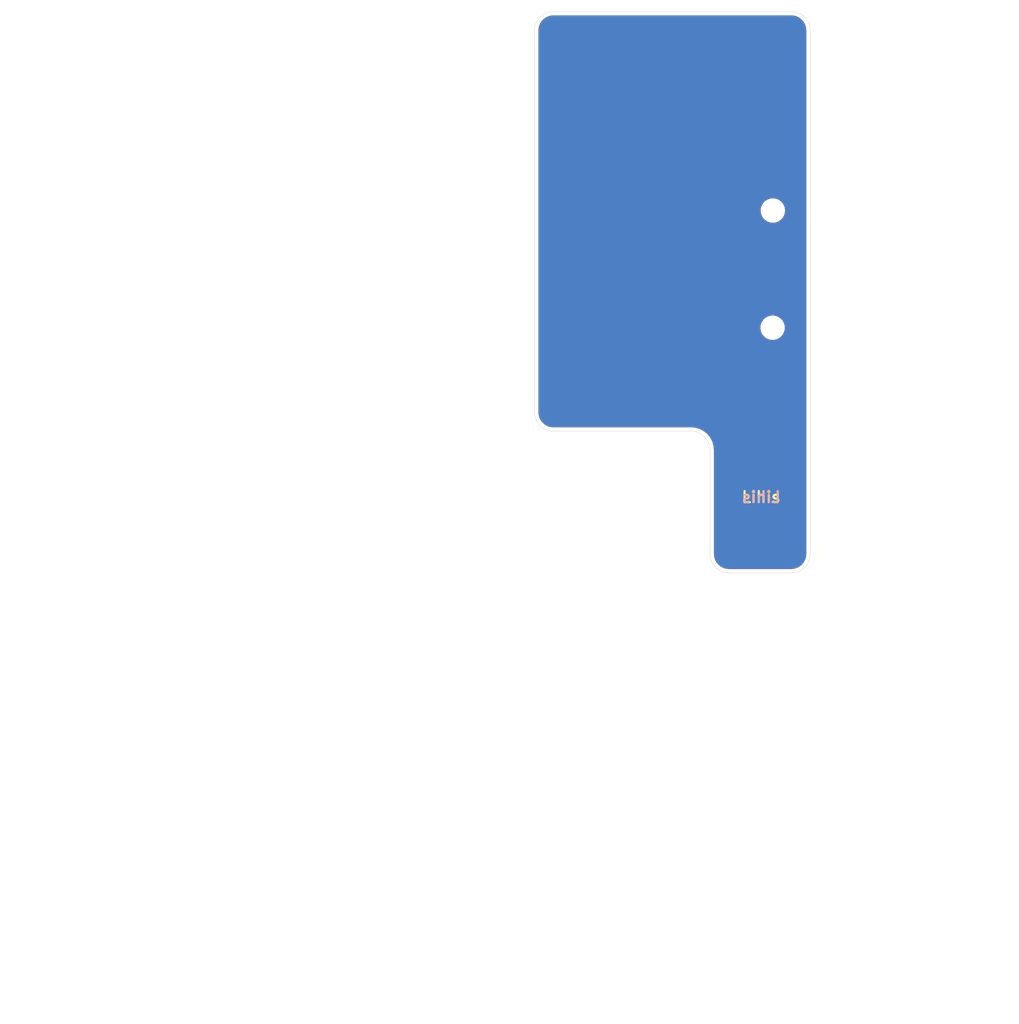
<source format=kicad_pcb>
(kicad_pcb (version 20171130) (host pcbnew "(5.1.10)-1")

  (general
    (thickness 1.6)
    (drawings 120)
    (tracks 0)
    (zones 0)
    (modules 2)
    (nets 1)
  )

  (page A4)
  (layers
    (0 F.Cu signal)
    (31 B.Cu signal)
    (32 B.Adhes user)
    (33 F.Adhes user)
    (34 B.Paste user)
    (35 F.Paste user)
    (36 B.SilkS user)
    (37 F.SilkS user)
    (38 B.Mask user)
    (39 F.Mask user)
    (40 Dwgs.User user)
    (41 Cmts.User user)
    (42 Eco1.User user)
    (43 Eco2.User user)
    (44 Edge.Cuts user)
    (45 Margin user)
    (46 B.CrtYd user)
    (47 F.CrtYd user)
    (48 B.Fab user)
    (49 F.Fab user)
  )

  (setup
    (last_trace_width 0.25)
    (trace_clearance 0.2)
    (zone_clearance 0.508)
    (zone_45_only no)
    (trace_min 0.2)
    (via_size 0.8)
    (via_drill 0.4)
    (via_min_size 0.4)
    (via_min_drill 0.3)
    (uvia_size 0.3)
    (uvia_drill 0.1)
    (uvias_allowed no)
    (uvia_min_size 0.2)
    (uvia_min_drill 0.1)
    (edge_width 0.05)
    (segment_width 0.2)
    (pcb_text_width 0.3)
    (pcb_text_size 1.5 1.5)
    (mod_edge_width 0.12)
    (mod_text_size 1 1)
    (mod_text_width 0.15)
    (pad_size 1.524 1.524)
    (pad_drill 0.762)
    (pad_to_mask_clearance 0)
    (aux_axis_origin 0 0)
    (visible_elements 7FFFFFFF)
    (pcbplotparams
      (layerselection 0x3ffff_ffffffff)
      (usegerberextensions false)
      (usegerberattributes true)
      (usegerberadvancedattributes true)
      (creategerberjobfile true)
      (excludeedgelayer true)
      (linewidth 0.100000)
      (plotframeref false)
      (viasonmask false)
      (mode 1)
      (useauxorigin false)
      (hpglpennumber 1)
      (hpglpenspeed 20)
      (hpglpendiameter 15.000000)
      (psnegative false)
      (psa4output false)
      (plotreference true)
      (plotvalue true)
      (plotinvisibletext false)
      (padsonsilk false)
      (subtractmaskfromsilk false)
      (outputformat 1)
      (mirror false)
      (drillshape 0)
      (scaleselection 1)
      (outputdirectory "../LihisCoverGerb/"))
  )

  (net 0 "")

  (net_class Default "This is the default net class."
    (clearance 0.2)
    (trace_width 0.25)
    (via_dia 0.8)
    (via_drill 0.4)
    (uvia_dia 0.3)
    (uvia_drill 0.1)
  )

  (module kbd:thread_m2 (layer F.Cu) (tedit 5F8C61BB) (tstamp 627C2BC6)
    (at 176.97069 88.13419)
    (descr "Mounting Hole 2.2mm, no annular, M2")
    (tags "mounting hole 2.2mm no annular m2")
    (attr virtual)
    (fp_text reference Ref** (at -0.95 -0.55) (layer F.Fab) hide
      (effects (font (size 1 1) (thickness 0.15)))
    )
    (fp_text value Val** (at 0 0.55) (layer F.Fab) hide
      (effects (font (size 1 1) (thickness 0.15)))
    )
    (pad "" np_thru_hole circle (at 0 0) (size 2.3 2.3) (drill 2.3) (layers *.Cu *.Mask))
  )

  (module kbd:thread_m2 (layer F.Cu) (tedit 5F8C61BB) (tstamp 627C2BC3)
    (at 177.00625 72.23125)
    (descr "Mounting Hole 2.2mm, no annular, M2")
    (tags "mounting hole 2.2mm no annular m2")
    (attr virtual)
    (fp_text reference Ref** (at -0.95 -0.55) (layer F.Fab) hide
      (effects (font (size 1 1) (thickness 0.15)))
    )
    (fp_text value Val** (at 0 0.55) (layer F.Fab) hide
      (effects (font (size 1 1) (thickness 0.15)))
    )
    (pad "" np_thru_hole circle (at 0 0) (size 2.3 2.3) (drill 2.3) (layers *.Cu *.Mask))
  )

  (dimension 76.2 (width 0.15) (layer Dwgs.User)
    (gr_text "76.200 mm" (at 173.33674 83.30946 270) (layer Dwgs.User)
      (effects (font (size 1 1) (thickness 0.15)))
    )
    (feature1 (pts (xy 161.71672 121.40946) (xy 172.623161 121.40946)))
    (feature2 (pts (xy 161.71672 45.20946) (xy 172.623161 45.20946)))
    (crossbar (pts (xy 172.03674 45.20946) (xy 172.03674 121.40946)))
    (arrow1a (pts (xy 172.03674 121.40946) (xy 171.450319 120.282956)))
    (arrow1b (pts (xy 172.03674 121.40946) (xy 172.623161 120.282956)))
    (arrow2a (pts (xy 172.03674 45.20946) (xy 171.450319 46.335964)))
    (arrow2b (pts (xy 172.03674 45.20946) (xy 172.623161 46.335964)))
  )
  (dimension 37.4142 (width 0.15) (layer Dwgs.User)
    (gr_text "37.414 mm" (at 163.36772 58.31792) (layer Dwgs.User)
      (effects (font (size 1 1) (thickness 0.15)))
    )
    (feature1 (pts (xy 182.07482 48.14824) (xy 182.07482 57.604341)))
    (feature2 (pts (xy 144.66062 48.14824) (xy 144.66062 57.604341)))
    (crossbar (pts (xy 144.66062 57.01792) (xy 182.07482 57.01792)))
    (arrow1a (pts (xy 182.07482 57.01792) (xy 180.948316 57.604341)))
    (arrow1b (pts (xy 182.07482 57.01792) (xy 180.948316 56.431499)))
    (arrow2a (pts (xy 144.66062 57.01792) (xy 145.787124 57.604341)))
    (arrow2b (pts (xy 144.66062 57.01792) (xy 145.787124 56.431499)))
  )
  (gr_line (start 171.03979 121.41073) (end 179.513672 121.411328) (layer Edge.Cuts) (width 0.05) (tstamp 627BC911))
  (gr_line (start 147.21967 45.21073) (end 179.51375 45.211172) (layer Edge.Cuts) (width 0.05) (tstamp 627BC8FB))
  (gr_line (start 144.659592 47.770808) (end 144.659592 99.617772) (layer Edge.Cuts) (width 0.05) (tstamp 627BC8FA))
  (gr_arc (start 147.21967 47.770808) (end 147.21967 45.21073) (angle -90) (layer Edge.Cuts) (width 0.05) (tstamp 627BC8F4))
  (gr_line (start 168.479712 118.850652) (end 168.47947 104.73817) (layer Edge.Cuts) (width 0.05) (tstamp 627BC8EC))
  (gr_line (start 147.21967 102.17785) (end 165.919392 102.17785) (layer Edge.Cuts) (width 0.05) (tstamp 627BC8EB))
  (gr_arc (start 147.21967 99.617772) (end 144.659592 99.617772) (angle -90) (layer Edge.Cuts) (width 0.05) (tstamp 627BC8E6))
  (gr_arc (start 165.919392 104.73817) (end 168.47947 104.73817) (angle -90) (layer Edge.Cuts) (width 0.05) (tstamp 627BC8C7))
  (gr_arc (start 171.03979 118.850652) (end 168.479712 118.850652) (angle -90) (layer Edge.Cuts) (width 0.05) (tstamp 627BC8C7))
  (gr_line (start 191.4177 166.00695) (end 205.4167 166.00695) (layer Dwgs.User) (width 0.2) (tstamp 627BBE72))
  (gr_line (start 93.7864 141.90625) (end 93.7864 127.90695) (layer Dwgs.User) (width 0.2) (tstamp 627BBE71))
  (gr_line (start 150.9364 166.00695) (end 164.9357 166.00695) (layer Dwgs.User) (width 0.2) (tstamp 627BBE70))
  (gr_line (start 107.7857 127.90695) (end 107.7857 141.90625) (layer Dwgs.User) (width 0.2) (tstamp 627BBE6F))
  (gr_line (start 107.7857 141.90625) (end 93.7864 141.90625) (layer Dwgs.User) (width 0.2) (tstamp 627BBE6E))
  (gr_arc (start 179.51375 47.77125) (end 182.073828 47.77125) (angle -90) (layer Edge.Cuts) (width 0.05) (tstamp 627BBE6C))
  (gr_line (start 164.9357 180.00641) (end 150.9364 180.00641) (layer Dwgs.User) (width 0.2) (tstamp 627BBE6B))
  (gr_line (start 131.8864 146.95705) (end 145.8857 146.95705) (layer Dwgs.User) (width 0.2) (tstamp 627BBE6A))
  (gr_line (start 183.9857 160.95645) (end 169.985 160.95645) (layer Dwgs.User) (width 0.2) (tstamp 627BBE69))
  (gr_line (start 126.8357 127.90695) (end 126.8357 141.90625) (layer Dwgs.User) (width 0.2) (tstamp 627BBE68))
  (gr_line (start 74.73635 141.90625) (end 74.73635 127.90695) (layer Dwgs.User) (width 0.2) (tstamp 627BBE66))
  (gr_line (start 145.8857 166.00695) (end 145.8857 180.00641) (layer Dwgs.User) (width 0.2) (tstamp 627BBE65))
  (gr_line (start 112.8364 146.95705) (end 126.8357 146.95705) (layer Dwgs.User) (width 0.2) (tstamp 627BBE64))
  (gr_line (start 126.8357 141.90625) (end 112.8364 141.90625) (layer Dwgs.User) (width 0.2) (tstamp 627BBE63))
  (gr_line (start 145.8857 127.90695) (end 145.8857 141.90625) (layer Dwgs.User) (width 0.2) (tstamp 627BBE62))
  (gr_line (start 145.8857 180.00641) (end 131.8864 180.00641) (layer Dwgs.User) (width 0.2) (tstamp 627BBE61))
  (gr_line (start 183.9857 146.95705) (end 183.9857 160.95645) (layer Dwgs.User) (width 0.2) (tstamp 627BBE60))
  (gr_line (start 164.9357 166.00695) (end 164.9357 180.00641) (layer Dwgs.User) (width 0.2) (tstamp 627BBE5F))
  (gr_line (start 131.8864 127.90695) (end 145.8857 127.90695) (layer Dwgs.User) (width 0.2) (tstamp 627BBE5E))
  (gr_line (start 88.7359 141.90625) (end 74.73635 141.90625) (layer Dwgs.User) (width 0.2) (tstamp 627BBE5B))
  (gr_line (start 145.8857 146.95705) (end 145.8857 160.95645) (layer Dwgs.User) (width 0.2) (tstamp 627BBE5A))
  (gr_line (start 205.4167 166.00695) (end 205.4167 180.00641) (layer Dwgs.User) (width 0.2) (tstamp 627BBE59))
  (gr_line (start 191.4177 180.00641) (end 191.4177 166.00695) (layer Dwgs.User) (width 0.2) (tstamp 627BBE58))
  (gr_line (start 145.8857 160.95645) (end 131.8864 160.95645) (layer Dwgs.User) (width 0.2) (tstamp 627BBE57))
  (gr_line (start 88.7359 160.95645) (end 74.73635 160.95645) (layer Dwgs.User) (width 0.2) (tstamp 627BBE56))
  (gr_line (start 126.8357 146.95705) (end 126.8357 160.95645) (layer Dwgs.User) (width 0.2) (tstamp 627BBE55))
  (gr_line (start 150.9364 160.95645) (end 150.9364 146.95705) (layer Dwgs.User) (width 0.2) (tstamp 627BBE54))
  (gr_line (start 150.9364 146.95705) (end 164.9357 146.95705) (layer Dwgs.User) (width 0.2) (tstamp 627BBE53))
  (gr_line (start 131.8864 180.00641) (end 131.8864 166.00695) (layer Dwgs.User) (width 0.2) (tstamp 627BBE52))
  (gr_line (start 183.9857 166.00695) (end 183.9857 180.00641) (layer Dwgs.User) (width 0.2) (tstamp 627BBE51))
  (gr_line (start 88.7359 146.95705) (end 88.7359 160.95645) (layer Dwgs.User) (width 0.2) (tstamp 627BBE50))
  (gr_line (start 131.8864 160.95645) (end 131.8864 146.95705) (layer Dwgs.User) (width 0.2) (tstamp 627BBE4E))
  (gr_line (start 169.985 180.00641) (end 169.985 166.00695) (layer Dwgs.User) (width 0.2) (tstamp 627BBE4D))
  (gr_line (start 74.73635 127.90695) (end 88.7359 127.90695) (layer Dwgs.User) (width 0.2) (tstamp 627BBE4B))
  (gr_line (start 112.8364 127.90695) (end 126.8357 127.90695) (layer Dwgs.User) (width 0.2) (tstamp 627BBE4A))
  (gr_line (start 112.8364 141.90625) (end 112.8364 127.90695) (layer Dwgs.User) (width 0.2) (tstamp 627BBE49))
  (gr_arc (start 179.513672 118.85125) (end 179.513672 121.411328) (angle -90) (layer Edge.Cuts) (width 0.05) (tstamp 627BBE48))
  (gr_line (start 150.9364 180.00641) (end 150.9364 166.00695) (layer Dwgs.User) (width 0.2) (tstamp 627BBE46))
  (gr_line (start 169.985 166.00695) (end 183.9857 166.00695) (layer Dwgs.User) (width 0.2) (tstamp 627BBE45))
  (gr_line (start 93.7864 146.95705) (end 107.7857 146.95705) (layer Dwgs.User) (width 0.2) (tstamp 627BBE44))
  (gr_line (start 74.73635 146.95705) (end 88.7359 146.95705) (layer Dwgs.User) (width 0.2) (tstamp 627BBE43))
  (gr_line (start 205.4167 180.00641) (end 191.4177 180.00641) (layer Dwgs.User) (width 0.2) (tstamp 627BBE42))
  (gr_line (start 93.7864 160.95645) (end 93.7864 146.95705) (layer Dwgs.User) (width 0.2) (tstamp 627BBE41))
  (gr_line (start 164.9357 146.95705) (end 164.9357 160.95645) (layer Dwgs.User) (width 0.2) (tstamp 627BBE40))
  (gr_line (start 164.9357 160.95645) (end 150.9364 160.95645) (layer Dwgs.User) (width 0.2) (tstamp 627BBE3F))
  (gr_line (start 169.985 160.95645) (end 169.985 146.95705) (layer Dwgs.User) (width 0.2) (tstamp 627BBE3E))
  (gr_line (start 107.7857 160.95645) (end 93.7864 160.95645) (layer Dwgs.User) (width 0.2) (tstamp 627BBE3D))
  (gr_line (start 107.7857 146.95705) (end 107.7857 160.95645) (layer Dwgs.User) (width 0.2) (tstamp 627BBE3C))
  (gr_line (start 126.8357 160.95645) (end 112.8364 160.95645) (layer Dwgs.User) (width 0.2) (tstamp 627BBE3B))
  (gr_line (start 182.07375 118.85125) (end 182.07375 47.77125) (layer Edge.Cuts) (width 0.05) (tstamp 627BBE3A))
  (gr_line (start 126.8357 180.00641) (end 112.8364 180.00641) (layer Dwgs.User) (width 0.2) (tstamp 627BBE39))
  (gr_line (start 72.211784 106.33255) (end 210.3247 106.33255) (layer Dwgs.User) (width 0.2) (tstamp 627BBE38))
  (gr_line (start 164.9357 141.90625) (end 150.9364 141.90625) (layer Dwgs.User) (width 0.2) (tstamp 627BBE37))
  (gr_line (start 112.8364 180.00641) (end 112.8364 166.00695) (layer Dwgs.User) (width 0.2) (tstamp 627BBE36))
  (gr_line (start 112.8364 166.00695) (end 126.8357 166.00695) (layer Dwgs.User) (width 0.2) (tstamp 627BBE35))
  (gr_line (start 210.3247 182.532357) (end 72.211784 182.532357) (layer Dwgs.User) (width 0.2) (tstamp 627BBE34))
  (gr_line (start 169.985 141.90625) (end 169.985 127.90695) (layer Dwgs.User) (width 0.2) (tstamp 627BBE33))
  (gr_line (start 88.7359 108.85695) (end 88.7359 122.85625) (layer Dwgs.User) (width 0.2) (tstamp 627BBE32))
  (gr_line (start 145.8857 108.85695) (end 145.8857 122.85625) (layer Dwgs.User) (width 0.2) (tstamp 627BBE31))
  (gr_line (start 93.7864 108.85695) (end 107.7857 108.85695) (layer Dwgs.User) (width 0.2) (tstamp 627BBE30))
  (gr_line (start 169.985 122.85625) (end 169.985 108.85695) (layer Dwgs.User) (width 0.2) (tstamp 627BBE2F))
  (gr_line (start 112.8364 122.85625) (end 112.8364 108.85695) (layer Dwgs.User) (width 0.2) (tstamp 627BBE2E))
  (gr_line (start 145.8857 122.85625) (end 131.8864 122.85625) (layer Dwgs.User) (width 0.2) (tstamp 627BBE2D))
  (gr_line (start 93.7864 127.90695) (end 107.7857 127.90695) (layer Dwgs.User) (width 0.2) (tstamp 627BBE2C))
  (gr_line (start 107.7857 108.85695) (end 107.7857 122.85625) (layer Dwgs.User) (width 0.2) (tstamp 627BBE2B))
  (gr_line (start 74.73635 108.85695) (end 88.7359 108.85695) (layer Dwgs.User) (width 0.2) (tstamp 627BBE2A))
  (gr_line (start 150.9364 108.85695) (end 164.9357 108.85695) (layer Dwgs.User) (width 0.2) (tstamp 627BBE29))
  (gr_line (start 74.73635 160.95645) (end 74.73635 146.95705) (layer Dwgs.User) (width 0.2) (tstamp 627BBE28))
  (gr_line (start 131.8864 122.85625) (end 131.8864 108.85695) (layer Dwgs.User) (width 0.2) (tstamp 627BBE27))
  (gr_line (start 112.8364 160.95645) (end 112.8364 146.95705) (layer Dwgs.User) (width 0.2) (tstamp 627BBE26))
  (gr_line (start 112.8364 108.85695) (end 126.8357 108.85695) (layer Dwgs.User) (width 0.2) (tstamp 627BBE25))
  (gr_line (start 183.9857 127.90695) (end 183.9857 141.90625) (layer Dwgs.User) (width 0.2) (tstamp 627BBE24))
  (gr_line (start 131.8864 108.85695) (end 145.8857 108.85695) (layer Dwgs.User) (width 0.2) (tstamp 627BBE23))
  (gr_line (start 131.8864 166.00695) (end 145.8857 166.00695) (layer Dwgs.User) (width 0.2) (tstamp 627BBE22))
  (gr_line (start 88.7359 127.90695) (end 88.7359 141.90625) (layer Dwgs.User) (width 0.2) (tstamp 627BBE21))
  (gr_line (start 107.7857 166.00695) (end 107.7857 180.00641) (layer Dwgs.User) (width 0.2) (tstamp 627BBE20))
  (gr_line (start 183.9857 122.85625) (end 169.985 122.85625) (layer Dwgs.User) (width 0.2) (tstamp 627BBE1F))
  (gr_line (start 164.9357 127.90695) (end 164.9357 141.90625) (layer Dwgs.User) (width 0.2) (tstamp 627BBE1E))
  (gr_line (start 210.3247 106.33255) (end 210.3247 182.532357) (layer Dwgs.User) (width 0.2) (tstamp 627BBE1D))
  (gr_line (start 74.73635 166.00695) (end 88.7359 166.00695) (layer Dwgs.User) (width 0.2) (tstamp 627BBE1C))
  (gr_line (start 150.9364 127.90695) (end 164.9357 127.90695) (layer Dwgs.User) (width 0.2) (tstamp 627BBE1B))
  (gr_line (start 93.7864 166.00695) (end 107.7857 166.00695) (layer Dwgs.User) (width 0.2) (tstamp 627BBE1A))
  (gr_line (start 74.73635 180.00641) (end 74.73635 166.00695) (layer Dwgs.User) (width 0.2) (tstamp 627BBE19))
  (gr_line (start 126.8357 166.00695) (end 126.8357 180.00641) (layer Dwgs.User) (width 0.2) (tstamp 627BBE18))
  (gr_line (start 169.985 127.90695) (end 183.9857 127.90695) (layer Dwgs.User) (width 0.2) (tstamp 627BBE17))
  (gr_line (start 169.985 108.85695) (end 183.9857 108.85695) (layer Dwgs.User) (width 0.2) (tstamp 627BBE16))
  (gr_line (start 145.8857 141.90625) (end 131.8864 141.90625) (layer Dwgs.User) (width 0.2) (tstamp 627BBE15))
  (gr_line (start 107.7857 122.85625) (end 93.7864 122.85625) (layer Dwgs.User) (width 0.2) (tstamp 627BBE14))
  (gr_line (start 164.9357 122.85625) (end 150.9364 122.85625) (layer Dwgs.User) (width 0.2) (tstamp 627BBE13))
  (gr_line (start 93.7864 122.85625) (end 93.7864 108.85695) (layer Dwgs.User) (width 0.2) (tstamp 627BBE12))
  (gr_line (start 126.8357 108.85695) (end 126.8357 122.85625) (layer Dwgs.User) (width 0.2) (tstamp 627BBE11))
  (gr_line (start 88.7359 122.85625) (end 74.73635 122.85625) (layer Dwgs.User) (width 0.2) (tstamp 627BBE10))
  (gr_line (start 131.8864 141.90625) (end 131.8864 127.90695) (layer Dwgs.User) (width 0.2) (tstamp 627BBE0F))
  (gr_line (start 164.9357 108.85695) (end 164.9357 122.85625) (layer Dwgs.User) (width 0.2) (tstamp 627BBE0E))
  (gr_line (start 126.8357 122.85625) (end 112.8364 122.85625) (layer Dwgs.User) (width 0.2) (tstamp 627BBE0D))
  (gr_line (start 93.7864 180.00641) (end 93.7864 166.00695) (layer Dwgs.User) (width 0.2) (tstamp 627BBE0C))
  (gr_line (start 183.9857 141.90625) (end 169.985 141.90625) (layer Dwgs.User) (width 0.2) (tstamp 627BBE0B))
  (gr_line (start 150.9364 122.85625) (end 150.9364 108.85695) (layer Dwgs.User) (width 0.2) (tstamp 627BBE0A))
  (gr_line (start 183.9857 180.00641) (end 169.985 180.00641) (layer Dwgs.User) (width 0.2) (tstamp 627BBE09))
  (gr_line (start 150.9364 141.90625) (end 150.9364 127.90695) (layer Dwgs.User) (width 0.2) (tstamp 627BBE08))
  (gr_line (start 88.7359 166.00695) (end 88.7359 180.00641) (layer Dwgs.User) (width 0.2) (tstamp 627BBE07))
  (gr_line (start 107.7857 180.00641) (end 93.7864 180.00641) (layer Dwgs.User) (width 0.2) (tstamp 627BBE06))
  (gr_line (start 183.9857 108.85695) (end 183.9857 122.85625) (layer Dwgs.User) (width 0.2) (tstamp 627BBE05))
  (gr_line (start 169.985 146.95705) (end 183.9857 146.95705) (layer Dwgs.User) (width 0.2) (tstamp 627BBE04))
  (gr_line (start 88.7359 180.00641) (end 74.73635 180.00641) (layer Dwgs.User) (width 0.2) (tstamp 627BBE03))
  (gr_line (start 74.73635 122.85625) (end 74.73635 108.85695) (layer Dwgs.User) (width 0.2) (tstamp 627BBE02))
  (gr_line (start 72.211784 182.532357) (end 72.211784 106.33255) (layer Dwgs.User) (width 0.2) (tstamp 627BBE01))
  (gr_text Lihis (at 175.41875 111.125) (layer B.SilkS) (tstamp 627BB366)
    (effects (font (size 1.5 1.5) (thickness 0.3)) (justify mirror))
  )
  (gr_text Lihis (at 175.41875 111.125) (layer F.SilkS) (tstamp 627BB365)
    (effects (font (size 1.5 1.5) (thickness 0.3)))
  )

  (zone (net 0) (net_name "") (layer F.Cu) (tstamp 627BBFE0) (hatch edge 0.508)
    (connect_pads (clearance 0.508))
    (min_thickness 0.254)
    (fill yes (arc_segments 32) (thermal_gap 0.508) (thermal_bridge_width 0.508))
    (polygon
      (pts
        (xy 183.35625 124.61875) (xy 142.875 124.61875) (xy 142.875 43.65625) (xy 183.35625 43.65625)
      )
    )
    (filled_polygon
      (pts
        (xy 179.481463 45.871171) (xy 179.882194 45.910463) (xy 180.23661 46.017467) (xy 180.563488 46.191272) (xy 180.850378 46.425254)
        (xy 181.086362 46.710509) (xy 181.262445 47.036168) (xy 181.37192 47.389826) (xy 181.413751 47.78782) (xy 181.41375 118.818971)
        (xy 181.374459 119.219694) (xy 181.267454 119.57411) (xy 181.093653 119.900984) (xy 180.859668 120.187877) (xy 180.57441 120.423863)
        (xy 180.248755 120.599945) (xy 179.895097 120.70942) (xy 179.496375 120.751327) (xy 171.072095 120.750733) (xy 170.671346 120.711439)
        (xy 170.31693 120.604434) (xy 169.990056 120.430633) (xy 169.703163 120.196648) (xy 169.467177 119.91139) (xy 169.291095 119.585735)
        (xy 169.18162 119.232077) (xy 169.139711 118.833342) (xy 169.139469 104.70574) (xy 169.136581 104.67642) (xy 169.136692 104.660479)
        (xy 169.135792 104.651307) (xy 169.083565 104.154406) (xy 169.071548 104.095862) (xy 169.060329 104.037051) (xy 169.057665 104.028229)
        (xy 168.909918 103.550933) (xy 168.886743 103.495803) (xy 168.864329 103.440324) (xy 168.860002 103.432188) (xy 168.622361 102.992681)
        (xy 168.588916 102.943097) (xy 168.556156 102.893034) (xy 168.550332 102.885893) (xy 168.23185 102.500914) (xy 168.189395 102.458755)
        (xy 168.147551 102.416025) (xy 168.140451 102.410151) (xy 167.753257 102.094364) (xy 167.703482 102.061294) (xy 167.654076 102.027464)
        (xy 167.645969 102.023082) (xy 167.204813 101.788515) (xy 167.149519 101.765724) (xy 167.094526 101.742154) (xy 167.085723 101.739429)
        (xy 166.607408 101.595017) (xy 166.548707 101.583394) (xy 166.490217 101.570961) (xy 166.481052 101.569998) (xy 166.049813 101.527715)
        (xy 166.048775 101.5274) (xy 165.951811 101.51785) (xy 147.251949 101.51785) (xy 146.851226 101.478559) (xy 146.49681 101.371554)
        (xy 146.169936 101.197753) (xy 145.883043 100.963768) (xy 145.647057 100.67851) (xy 145.470975 100.352855) (xy 145.3615 99.999197)
        (xy 145.319592 99.60047) (xy 145.319592 87.958383) (xy 175.18569 87.958383) (xy 175.18569 88.309997) (xy 175.254286 88.654855)
        (xy 175.388843 88.979705) (xy 175.58419 89.272061) (xy 175.832819 89.52069) (xy 176.125175 89.716037) (xy 176.450025 89.850594)
        (xy 176.794883 89.91919) (xy 177.146497 89.91919) (xy 177.491355 89.850594) (xy 177.816205 89.716037) (xy 178.108561 89.52069)
        (xy 178.35719 89.272061) (xy 178.552537 88.979705) (xy 178.687094 88.654855) (xy 178.75569 88.309997) (xy 178.75569 87.958383)
        (xy 178.687094 87.613525) (xy 178.552537 87.288675) (xy 178.35719 86.996319) (xy 178.108561 86.74769) (xy 177.816205 86.552343)
        (xy 177.491355 86.417786) (xy 177.146497 86.34919) (xy 176.794883 86.34919) (xy 176.450025 86.417786) (xy 176.125175 86.552343)
        (xy 175.832819 86.74769) (xy 175.58419 86.996319) (xy 175.388843 87.288675) (xy 175.254286 87.613525) (xy 175.18569 87.958383)
        (xy 145.319592 87.958383) (xy 145.319592 72.055443) (xy 175.22125 72.055443) (xy 175.22125 72.407057) (xy 175.289846 72.751915)
        (xy 175.424403 73.076765) (xy 175.61975 73.369121) (xy 175.868379 73.61775) (xy 176.160735 73.813097) (xy 176.485585 73.947654)
        (xy 176.830443 74.01625) (xy 177.182057 74.01625) (xy 177.526915 73.947654) (xy 177.851765 73.813097) (xy 178.144121 73.61775)
        (xy 178.39275 73.369121) (xy 178.588097 73.076765) (xy 178.722654 72.751915) (xy 178.79125 72.407057) (xy 178.79125 72.055443)
        (xy 178.722654 71.710585) (xy 178.588097 71.385735) (xy 178.39275 71.093379) (xy 178.144121 70.84475) (xy 177.851765 70.649403)
        (xy 177.526915 70.514846) (xy 177.182057 70.44625) (xy 176.830443 70.44625) (xy 176.485585 70.514846) (xy 176.160735 70.649403)
        (xy 175.868379 70.84475) (xy 175.61975 71.093379) (xy 175.424403 71.385735) (xy 175.289846 71.710585) (xy 175.22125 72.055443)
        (xy 145.319592 72.055443) (xy 145.319592 47.803086) (xy 145.358883 47.402364) (xy 145.465887 47.047948) (xy 145.639692 46.72107)
        (xy 145.873674 46.43418) (xy 146.158929 46.198196) (xy 146.484588 46.022113) (xy 146.838246 45.912638) (xy 147.236975 45.87073)
      )
    )
  )
  (zone (net 0) (net_name "") (layer B.Cu) (tstamp 627BBFDD) (hatch edge 0.508)
    (connect_pads (clearance 0.508))
    (min_thickness 0.254)
    (fill yes (arc_segments 32) (thermal_gap 0.508) (thermal_bridge_width 0.508))
    (polygon
      (pts
        (xy 183.35625 124.61875) (xy 142.875 124.61875) (xy 142.875 43.65625) (xy 183.35625 43.65625)
      )
    )
    (filled_polygon
      (pts
        (xy 179.481463 45.871171) (xy 179.882194 45.910463) (xy 180.23661 46.017467) (xy 180.563488 46.191272) (xy 180.850378 46.425254)
        (xy 181.086362 46.710509) (xy 181.262445 47.036168) (xy 181.37192 47.389826) (xy 181.413751 47.78782) (xy 181.41375 118.818971)
        (xy 181.374459 119.219694) (xy 181.267454 119.57411) (xy 181.093653 119.900984) (xy 180.859668 120.187877) (xy 180.57441 120.423863)
        (xy 180.248755 120.599945) (xy 179.895097 120.70942) (xy 179.496375 120.751327) (xy 171.072095 120.750733) (xy 170.671346 120.711439)
        (xy 170.31693 120.604434) (xy 169.990056 120.430633) (xy 169.703163 120.196648) (xy 169.467177 119.91139) (xy 169.291095 119.585735)
        (xy 169.18162 119.232077) (xy 169.139711 118.833342) (xy 169.139469 104.70574) (xy 169.136581 104.67642) (xy 169.136692 104.660479)
        (xy 169.135792 104.651307) (xy 169.083565 104.154406) (xy 169.071548 104.095862) (xy 169.060329 104.037051) (xy 169.057665 104.028229)
        (xy 168.909918 103.550933) (xy 168.886743 103.495803) (xy 168.864329 103.440324) (xy 168.860002 103.432188) (xy 168.622361 102.992681)
        (xy 168.588916 102.943097) (xy 168.556156 102.893034) (xy 168.550332 102.885893) (xy 168.23185 102.500914) (xy 168.189395 102.458755)
        (xy 168.147551 102.416025) (xy 168.140451 102.410151) (xy 167.753257 102.094364) (xy 167.703482 102.061294) (xy 167.654076 102.027464)
        (xy 167.645969 102.023082) (xy 167.204813 101.788515) (xy 167.149519 101.765724) (xy 167.094526 101.742154) (xy 167.085723 101.739429)
        (xy 166.607408 101.595017) (xy 166.548707 101.583394) (xy 166.490217 101.570961) (xy 166.481052 101.569998) (xy 166.049813 101.527715)
        (xy 166.048775 101.5274) (xy 165.951811 101.51785) (xy 147.251949 101.51785) (xy 146.851226 101.478559) (xy 146.49681 101.371554)
        (xy 146.169936 101.197753) (xy 145.883043 100.963768) (xy 145.647057 100.67851) (xy 145.470975 100.352855) (xy 145.3615 99.999197)
        (xy 145.319592 99.60047) (xy 145.319592 87.958383) (xy 175.18569 87.958383) (xy 175.18569 88.309997) (xy 175.254286 88.654855)
        (xy 175.388843 88.979705) (xy 175.58419 89.272061) (xy 175.832819 89.52069) (xy 176.125175 89.716037) (xy 176.450025 89.850594)
        (xy 176.794883 89.91919) (xy 177.146497 89.91919) (xy 177.491355 89.850594) (xy 177.816205 89.716037) (xy 178.108561 89.52069)
        (xy 178.35719 89.272061) (xy 178.552537 88.979705) (xy 178.687094 88.654855) (xy 178.75569 88.309997) (xy 178.75569 87.958383)
        (xy 178.687094 87.613525) (xy 178.552537 87.288675) (xy 178.35719 86.996319) (xy 178.108561 86.74769) (xy 177.816205 86.552343)
        (xy 177.491355 86.417786) (xy 177.146497 86.34919) (xy 176.794883 86.34919) (xy 176.450025 86.417786) (xy 176.125175 86.552343)
        (xy 175.832819 86.74769) (xy 175.58419 86.996319) (xy 175.388843 87.288675) (xy 175.254286 87.613525) (xy 175.18569 87.958383)
        (xy 145.319592 87.958383) (xy 145.319592 72.055443) (xy 175.22125 72.055443) (xy 175.22125 72.407057) (xy 175.289846 72.751915)
        (xy 175.424403 73.076765) (xy 175.61975 73.369121) (xy 175.868379 73.61775) (xy 176.160735 73.813097) (xy 176.485585 73.947654)
        (xy 176.830443 74.01625) (xy 177.182057 74.01625) (xy 177.526915 73.947654) (xy 177.851765 73.813097) (xy 178.144121 73.61775)
        (xy 178.39275 73.369121) (xy 178.588097 73.076765) (xy 178.722654 72.751915) (xy 178.79125 72.407057) (xy 178.79125 72.055443)
        (xy 178.722654 71.710585) (xy 178.588097 71.385735) (xy 178.39275 71.093379) (xy 178.144121 70.84475) (xy 177.851765 70.649403)
        (xy 177.526915 70.514846) (xy 177.182057 70.44625) (xy 176.830443 70.44625) (xy 176.485585 70.514846) (xy 176.160735 70.649403)
        (xy 175.868379 70.84475) (xy 175.61975 71.093379) (xy 175.424403 71.385735) (xy 175.289846 71.710585) (xy 175.22125 72.055443)
        (xy 145.319592 72.055443) (xy 145.319592 47.803086) (xy 145.358883 47.402364) (xy 145.465887 47.047948) (xy 145.639692 46.72107)
        (xy 145.873674 46.43418) (xy 146.158929 46.198196) (xy 146.484588 46.022113) (xy 146.838246 45.912638) (xy 147.236975 45.87073)
      )
    )
  )
)

</source>
